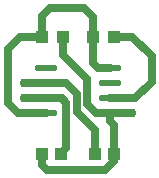
<source format=gtl>
G04 Layer: TopLayer*
G04 EasyEDA v6.5.34, 2024-07-20 14:38:50*
G04 d238affa5e1f45398f1abd9929531197,9f2f25eebc5e4964923e048cec00becc,10*
G04 Gerber Generator version 0.2*
G04 Scale: 100 percent, Rotated: No, Reflected: No *
G04 Dimensions in inches *
G04 leading zeros omitted , absolute positions ,3 integer and 6 decimal *
%FSLAX36Y36*%
%MOIN*%

%ADD10C,0.0250*%
%ADD11R,0.0394X0.0433*%
%ADD12O,0.07678X0.022378*%
%ADD13C,0.0300*%

%LPD*%
D10*
X48499Y180000D02*
G01*
X48499Y91500D01*
X65000Y75000D01*
X106500Y75000D01*
X-180000Y-75000D02*
G01*
X-200000Y-75000D01*
X-235000Y-40000D01*
X-235000Y140000D01*
X-195000Y180000D01*
X-120399Y180000D01*
X106500Y-75000D02*
G01*
X180000Y-75000D01*
X-106500Y25000D02*
G01*
X-180000Y25000D01*
X-106500Y-25000D02*
G01*
X-180000Y-25000D01*
X-106500Y-75000D02*
G01*
X-180000Y-75000D01*
X-120435Y179998D02*
G01*
X-120435Y249564D01*
X-95000Y275000D01*
X20000Y275000D01*
X50000Y245000D01*
X48479Y243479D01*
X48479Y180000D01*
X-120432Y-210000D02*
G01*
X-120432Y-249567D01*
X-105000Y-265000D01*
X90000Y-265000D01*
X119320Y-235679D01*
X119320Y-210000D01*
X-57442Y-210000D02*
G01*
X-40000Y-192557D01*
X-40000Y-40000D01*
X-55000Y-25000D01*
X-106500Y-25000D01*
X56331Y-210000D02*
G01*
X56331Y-131331D01*
X-5000Y-70000D01*
X-5000Y-10000D01*
X-40000Y25000D01*
X-106500Y25000D01*
X119320Y-210000D02*
G01*
X119320Y-115000D01*
X106500Y-102179D01*
X106500Y-75000D01*
X-49600Y180000D02*
G01*
X-49600Y119600D01*
X30000Y40000D01*
X30000Y-45000D01*
X60000Y-75000D01*
X106500Y-75000D01*
X119299Y180000D02*
G01*
X180000Y180000D01*
X245000Y115000D01*
X245000Y30000D01*
X190000Y-25000D01*
X106500Y-25000D01*
D11*
G01*
X-120430Y180000D03*
G01*
X-49560Y180000D03*
G01*
X48479Y180000D03*
G01*
X119349Y180000D03*
G01*
X-120439Y-210000D03*
G01*
X-57440Y-210000D03*
G01*
X119329Y-210000D03*
G01*
X56329Y-210000D03*
D12*
G01*
X106500Y-75000D03*
G01*
X106500Y-25000D03*
G01*
X106500Y25000D03*
G01*
X106500Y75000D03*
G01*
X-106500Y-75000D03*
G01*
X-106500Y-25000D03*
G01*
X-106500Y25000D03*
G01*
X-106500Y75000D03*
D13*
G01*
X-180000Y25000D03*
G01*
X-180000Y-25000D03*
G01*
X-180000Y-75000D03*
G01*
X180000Y-75000D03*
M02*

</source>
